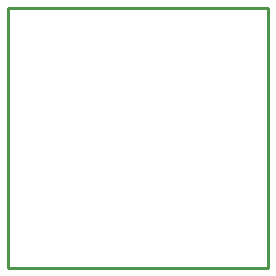
<source format=gm1>
G04 Layer_Color=16711935*
%FSLAX44Y44*%
%MOMM*%
G71*
G01*
G75*
%ADD24C,0.2540*%
D24*
X0Y0D02*
Y219964D01*
X219964D01*
Y0D02*
Y219964D01*
X0Y0D02*
X219964D01*
M02*

</source>
